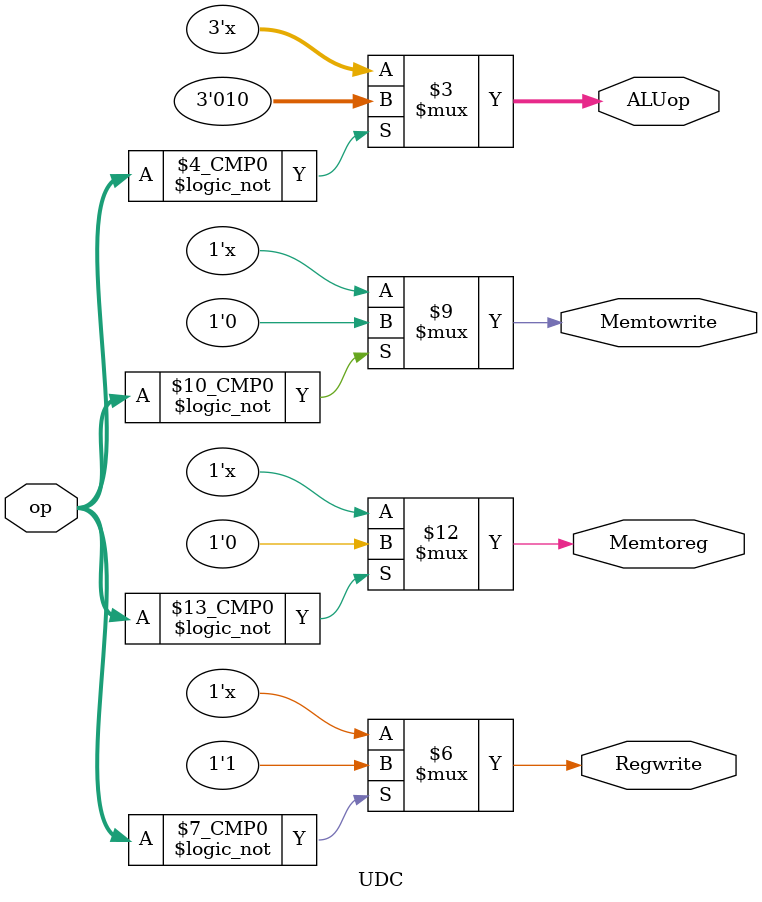
<source format=v>
`timescale 1ns/1ns

module UDC(
     input [5:0]op,
	 output reg Memtoreg,
	 output reg Memtowrite,
	 output reg[2:0]ALUop,
	 output reg Regwrite
);

always @*
begin
     case(op)
	     6'b000000: 
		 begin
		     Memtoreg =0;
			 Memtowrite =0;
			 Regwrite = 1;
			 ALUop = 3'b010;
		 end

     endcase
		 
end

endmodule


</source>
